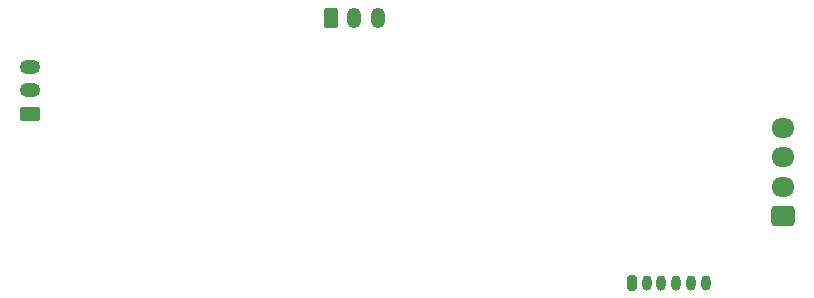
<source format=gbr>
%TF.GenerationSoftware,KiCad,Pcbnew,(6.0.7)*%
%TF.CreationDate,2023-02-24T15:08:57+01:00*%
%TF.ProjectId,freqcount,66726571-636f-4756-9e74-2e6b69636164,rev?*%
%TF.SameCoordinates,PX640f3c0PY67de938*%
%TF.FileFunction,Soldermask,Bot*%
%TF.FilePolarity,Negative*%
%FSLAX46Y46*%
G04 Gerber Fmt 4.6, Leading zero omitted, Abs format (unit mm)*
G04 Created by KiCad (PCBNEW (6.0.7)) date 2023-02-24 15:08:57*
%MOMM*%
%LPD*%
G01*
G04 APERTURE LIST*
G04 Aperture macros list*
%AMRoundRect*
0 Rectangle with rounded corners*
0 $1 Rounding radius*
0 $2 $3 $4 $5 $6 $7 $8 $9 X,Y pos of 4 corners*
0 Add a 4 corners polygon primitive as box body*
4,1,4,$2,$3,$4,$5,$6,$7,$8,$9,$2,$3,0*
0 Add four circle primitives for the rounded corners*
1,1,$1+$1,$2,$3*
1,1,$1+$1,$4,$5*
1,1,$1+$1,$6,$7*
1,1,$1+$1,$8,$9*
0 Add four rect primitives between the rounded corners*
20,1,$1+$1,$2,$3,$4,$5,0*
20,1,$1+$1,$4,$5,$6,$7,0*
20,1,$1+$1,$6,$7,$8,$9,0*
20,1,$1+$1,$8,$9,$2,$3,0*%
G04 Aperture macros list end*
%ADD10RoundRect,0.250000X0.625000X-0.350000X0.625000X0.350000X-0.625000X0.350000X-0.625000X-0.350000X0*%
%ADD11O,1.750000X1.200000*%
%ADD12RoundRect,0.250000X-0.350000X-0.625000X0.350000X-0.625000X0.350000X0.625000X-0.350000X0.625000X0*%
%ADD13O,1.200000X1.750000*%
%ADD14RoundRect,0.250000X0.725000X-0.600000X0.725000X0.600000X-0.725000X0.600000X-0.725000X-0.600000X0*%
%ADD15O,1.950000X1.700000*%
%ADD16RoundRect,0.200000X-0.200000X-0.450000X0.200000X-0.450000X0.200000X0.450000X-0.200000X0.450000X0*%
%ADD17O,0.800000X1.300000*%
G04 APERTURE END LIST*
D10*
%TO.C,J1*%
X5070000Y16480000D03*
D11*
X5070000Y18480000D03*
X5070000Y20480000D03*
%TD*%
D12*
%TO.C,J2*%
X30540000Y24630000D03*
D13*
X32540000Y24630000D03*
X34540000Y24630000D03*
%TD*%
D14*
%TO.C,J3*%
X68840000Y7820000D03*
D15*
X68840000Y10320000D03*
X68840000Y12820000D03*
X68840000Y15320000D03*
%TD*%
D16*
%TO.C,J4*%
X56060000Y2145000D03*
D17*
X57310000Y2145000D03*
X58560000Y2145000D03*
X59810000Y2145000D03*
X61060000Y2145000D03*
X62310000Y2145000D03*
%TD*%
M02*

</source>
